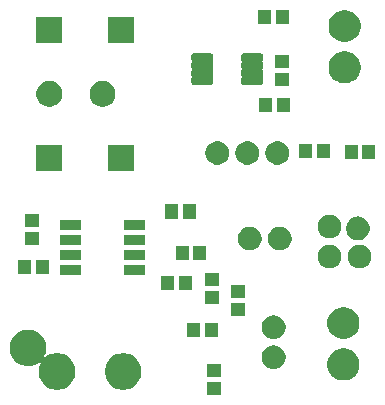
<source format=gbr>
G04 #@! TF.GenerationSoftware,KiCad,Pcbnew,5.1.5-52549c5~86~ubuntu18.04.1*
G04 #@! TF.CreationDate,2020-08-23T11:51:57-07:00*
G04 #@! TF.ProjectId,heat2sound_rx_rev01,68656174-3273-46f7-956e-645f72785f72,rev?*
G04 #@! TF.SameCoordinates,Original*
G04 #@! TF.FileFunction,Soldermask,Top*
G04 #@! TF.FilePolarity,Negative*
%FSLAX46Y46*%
G04 Gerber Fmt 4.6, Leading zero omitted, Abs format (unit mm)*
G04 Created by KiCad (PCBNEW 5.1.5-52549c5~86~ubuntu18.04.1) date 2020-08-23 11:51:57*
%MOMM*%
%LPD*%
G04 APERTURE LIST*
%ADD10C,0.100000*%
G04 APERTURE END LIST*
D10*
G36*
X171030380Y-134219580D02*
G01*
X169829620Y-134219580D01*
X169829620Y-133120420D01*
X171030380Y-133120420D01*
X171030380Y-134219580D01*
G37*
G36*
X163052390Y-130729783D02*
G01*
X163202118Y-130759565D01*
X163318960Y-130807963D01*
X163484199Y-130876407D01*
X163484200Y-130876408D01*
X163738068Y-131046036D01*
X163953964Y-131261932D01*
X163993999Y-131321849D01*
X164123593Y-131515801D01*
X164165229Y-131616320D01*
X164216640Y-131740435D01*
X164240435Y-131797883D01*
X164300000Y-132097337D01*
X164300000Y-132402663D01*
X164240435Y-132702117D01*
X164123593Y-132984199D01*
X164123592Y-132984200D01*
X163953964Y-133238068D01*
X163738068Y-133453964D01*
X163610273Y-133539353D01*
X163484199Y-133623593D01*
X163318960Y-133692037D01*
X163202118Y-133740435D01*
X163052390Y-133770217D01*
X162902663Y-133800000D01*
X162597337Y-133800000D01*
X162447610Y-133770217D01*
X162297882Y-133740435D01*
X162181040Y-133692037D01*
X162015801Y-133623593D01*
X161889727Y-133539353D01*
X161761932Y-133453964D01*
X161546036Y-133238068D01*
X161376408Y-132984200D01*
X161376407Y-132984199D01*
X161259565Y-132702117D01*
X161200000Y-132402663D01*
X161200000Y-132097337D01*
X161259565Y-131797883D01*
X161283361Y-131740435D01*
X161334771Y-131616320D01*
X161376407Y-131515801D01*
X161506001Y-131321849D01*
X161546036Y-131261932D01*
X161761932Y-131046036D01*
X162015800Y-130876408D01*
X162015801Y-130876407D01*
X162181040Y-130807963D01*
X162297882Y-130759565D01*
X162447610Y-130729783D01*
X162597337Y-130700000D01*
X162902663Y-130700000D01*
X163052390Y-130729783D01*
G37*
G36*
X155002390Y-128729783D02*
G01*
X155152118Y-128759565D01*
X155268960Y-128807963D01*
X155434199Y-128876407D01*
X155434200Y-128876408D01*
X155688068Y-129046036D01*
X155903964Y-129261932D01*
X155903965Y-129261934D01*
X156073593Y-129515801D01*
X156142037Y-129681040D01*
X156190435Y-129797882D01*
X156250000Y-130097338D01*
X156250000Y-130402662D01*
X156190435Y-130702118D01*
X156154246Y-130789485D01*
X156073593Y-130984199D01*
X156053223Y-131014685D01*
X156048603Y-131023329D01*
X156045758Y-131032709D01*
X156044797Y-131042463D01*
X156045758Y-131052217D01*
X156048603Y-131061597D01*
X156053223Y-131070241D01*
X156059441Y-131077818D01*
X156067018Y-131084036D01*
X156075662Y-131088656D01*
X156085042Y-131091501D01*
X156094796Y-131092462D01*
X156104550Y-131091501D01*
X156113930Y-131088656D01*
X156122574Y-131084036D01*
X156130145Y-131077823D01*
X156161932Y-131046036D01*
X156415800Y-130876408D01*
X156415801Y-130876407D01*
X156581040Y-130807963D01*
X156697882Y-130759565D01*
X156847610Y-130729783D01*
X156997337Y-130700000D01*
X157302663Y-130700000D01*
X157452390Y-130729783D01*
X157602118Y-130759565D01*
X157718960Y-130807963D01*
X157884199Y-130876407D01*
X157884200Y-130876408D01*
X158138068Y-131046036D01*
X158353964Y-131261932D01*
X158393999Y-131321849D01*
X158523593Y-131515801D01*
X158565229Y-131616320D01*
X158616640Y-131740435D01*
X158640435Y-131797883D01*
X158700000Y-132097337D01*
X158700000Y-132402663D01*
X158640435Y-132702117D01*
X158523593Y-132984199D01*
X158523592Y-132984200D01*
X158353964Y-133238068D01*
X158138068Y-133453964D01*
X158010273Y-133539353D01*
X157884199Y-133623593D01*
X157718960Y-133692037D01*
X157602118Y-133740435D01*
X157452390Y-133770217D01*
X157302663Y-133800000D01*
X156997337Y-133800000D01*
X156847610Y-133770217D01*
X156697882Y-133740435D01*
X156581040Y-133692037D01*
X156415801Y-133623593D01*
X156289727Y-133539353D01*
X156161932Y-133453964D01*
X155946036Y-133238068D01*
X155776408Y-132984200D01*
X155776407Y-132984199D01*
X155659565Y-132702117D01*
X155600000Y-132402663D01*
X155600000Y-132097337D01*
X155659565Y-131797883D01*
X155683361Y-131740435D01*
X155734771Y-131616320D01*
X155776407Y-131515801D01*
X155796777Y-131485315D01*
X155801397Y-131476671D01*
X155804242Y-131467291D01*
X155805203Y-131457537D01*
X155804242Y-131447783D01*
X155801397Y-131438403D01*
X155796777Y-131429759D01*
X155790559Y-131422182D01*
X155782982Y-131415964D01*
X155774338Y-131411344D01*
X155764958Y-131408499D01*
X155755204Y-131407538D01*
X155745450Y-131408499D01*
X155736070Y-131411344D01*
X155727426Y-131415964D01*
X155719855Y-131422177D01*
X155688068Y-131453964D01*
X155613429Y-131503836D01*
X155434199Y-131623593D01*
X155268960Y-131692037D01*
X155152118Y-131740435D01*
X155002390Y-131770217D01*
X154852663Y-131800000D01*
X154547337Y-131800000D01*
X154397610Y-131770217D01*
X154247882Y-131740435D01*
X154131040Y-131692037D01*
X153965801Y-131623593D01*
X153786571Y-131503836D01*
X153711932Y-131453964D01*
X153496036Y-131238068D01*
X153367725Y-131046036D01*
X153326407Y-130984199D01*
X153245754Y-130789485D01*
X153209565Y-130702118D01*
X153150000Y-130402662D01*
X153150000Y-130097338D01*
X153209565Y-129797882D01*
X153257963Y-129681040D01*
X153326407Y-129515801D01*
X153496035Y-129261934D01*
X153496036Y-129261932D01*
X153711932Y-129046036D01*
X153965800Y-128876408D01*
X153965801Y-128876407D01*
X154131040Y-128807963D01*
X154247882Y-128759565D01*
X154397610Y-128729783D01*
X154547337Y-128700000D01*
X154852663Y-128700000D01*
X155002390Y-128729783D01*
G37*
G36*
X181793779Y-130351939D02*
G01*
X182039463Y-130453705D01*
X182039465Y-130453706D01*
X182260575Y-130601447D01*
X182448613Y-130789485D01*
X182578717Y-130984200D01*
X182596355Y-131010597D01*
X182698121Y-131256281D01*
X182750000Y-131517095D01*
X182750000Y-131783025D01*
X182698121Y-132043839D01*
X182596355Y-132289523D01*
X182596354Y-132289525D01*
X182448613Y-132510635D01*
X182260575Y-132698673D01*
X182039465Y-132846414D01*
X182039464Y-132846415D01*
X182039463Y-132846415D01*
X181793779Y-132948181D01*
X181532965Y-133000060D01*
X181267035Y-133000060D01*
X181006221Y-132948181D01*
X180760537Y-132846415D01*
X180760536Y-132846415D01*
X180760535Y-132846414D01*
X180539425Y-132698673D01*
X180351387Y-132510635D01*
X180203646Y-132289525D01*
X180203645Y-132289523D01*
X180101879Y-132043839D01*
X180050000Y-131783025D01*
X180050000Y-131517095D01*
X180101879Y-131256281D01*
X180203645Y-131010597D01*
X180221283Y-130984200D01*
X180351387Y-130789485D01*
X180539425Y-130601447D01*
X180760535Y-130453706D01*
X180760537Y-130453705D01*
X181006221Y-130351939D01*
X181267035Y-130300060D01*
X181532965Y-130300060D01*
X181793779Y-130351939D01*
G37*
G36*
X171030000Y-132716320D02*
G01*
X169830000Y-132716320D01*
X169830000Y-131616320D01*
X171030000Y-131616320D01*
X171030000Y-132716320D01*
G37*
G36*
X175695090Y-130049375D02*
G01*
X175791689Y-130068589D01*
X175973678Y-130143971D01*
X176137463Y-130253409D01*
X176276751Y-130392697D01*
X176386189Y-130556482D01*
X176461571Y-130738471D01*
X176500000Y-130931669D01*
X176500000Y-131128651D01*
X176461571Y-131321849D01*
X176386189Y-131503838D01*
X176276751Y-131667623D01*
X176137463Y-131806911D01*
X175973678Y-131916349D01*
X175791689Y-131991731D01*
X175695090Y-132010945D01*
X175598493Y-132030160D01*
X175401507Y-132030160D01*
X175304910Y-132010945D01*
X175208311Y-131991731D01*
X175026322Y-131916349D01*
X174862537Y-131806911D01*
X174723249Y-131667623D01*
X174613811Y-131503838D01*
X174538429Y-131321849D01*
X174500000Y-131128651D01*
X174500000Y-130931669D01*
X174538429Y-130738471D01*
X174613811Y-130556482D01*
X174723249Y-130392697D01*
X174862537Y-130253409D01*
X175026322Y-130143971D01*
X175208311Y-130068589D01*
X175304910Y-130049375D01*
X175401507Y-130030160D01*
X175598493Y-130030160D01*
X175695090Y-130049375D01*
G37*
G36*
X181793779Y-126851819D02*
G01*
X182039463Y-126953585D01*
X182039465Y-126953586D01*
X182260575Y-127101327D01*
X182448613Y-127289365D01*
X182448614Y-127289367D01*
X182596355Y-127510477D01*
X182698121Y-127756161D01*
X182750000Y-128016975D01*
X182750000Y-128282905D01*
X182698121Y-128543719D01*
X182633387Y-128700000D01*
X182596354Y-128789405D01*
X182448613Y-129010515D01*
X182260575Y-129198553D01*
X182039465Y-129346294D01*
X182039464Y-129346295D01*
X182039463Y-129346295D01*
X181793779Y-129448061D01*
X181532965Y-129499940D01*
X181267035Y-129499940D01*
X181006221Y-129448061D01*
X180760537Y-129346295D01*
X180760536Y-129346295D01*
X180760535Y-129346294D01*
X180539425Y-129198553D01*
X180351387Y-129010515D01*
X180203646Y-128789405D01*
X180166613Y-128700000D01*
X180101879Y-128543719D01*
X180050000Y-128282905D01*
X180050000Y-128016975D01*
X180101879Y-127756161D01*
X180203645Y-127510477D01*
X180351386Y-127289367D01*
X180351387Y-127289365D01*
X180539425Y-127101327D01*
X180760535Y-126953586D01*
X180760537Y-126953585D01*
X181006221Y-126851819D01*
X181267035Y-126799940D01*
X181532965Y-126799940D01*
X181793779Y-126851819D01*
G37*
G36*
X175695090Y-127509375D02*
G01*
X175791689Y-127528589D01*
X175973678Y-127603971D01*
X176137463Y-127713409D01*
X176276751Y-127852697D01*
X176386189Y-128016482D01*
X176461571Y-128198471D01*
X176500000Y-128391669D01*
X176500000Y-128588651D01*
X176461571Y-128781849D01*
X176386189Y-128963838D01*
X176276751Y-129127623D01*
X176137463Y-129266911D01*
X175973678Y-129376349D01*
X175791689Y-129451731D01*
X175695090Y-129470946D01*
X175598493Y-129490160D01*
X175401507Y-129490160D01*
X175304910Y-129470946D01*
X175208311Y-129451731D01*
X175026322Y-129376349D01*
X174862537Y-129266911D01*
X174723249Y-129127623D01*
X174613811Y-128963838D01*
X174538429Y-128781849D01*
X174500000Y-128588651D01*
X174500000Y-128391669D01*
X174538429Y-128198471D01*
X174613811Y-128016482D01*
X174723249Y-127852697D01*
X174862537Y-127713409D01*
X175026322Y-127603971D01*
X175208311Y-127528589D01*
X175304910Y-127509375D01*
X175401507Y-127490160D01*
X175598493Y-127490160D01*
X175695090Y-127509375D01*
G37*
G36*
X170743260Y-129350380D02*
G01*
X169644100Y-129350380D01*
X169644100Y-128149620D01*
X170743260Y-128149620D01*
X170743260Y-129350380D01*
G37*
G36*
X169239580Y-129350380D02*
G01*
X168140420Y-129350380D01*
X168140420Y-128149620D01*
X169239580Y-128149620D01*
X169239580Y-129350380D01*
G37*
G36*
X173100380Y-127549580D02*
G01*
X171899620Y-127549580D01*
X171899620Y-126450420D01*
X173100380Y-126450420D01*
X173100380Y-127549580D01*
G37*
G36*
X170850000Y-126551840D02*
G01*
X169650000Y-126551840D01*
X169650000Y-125451840D01*
X170850000Y-125451840D01*
X170850000Y-126551840D01*
G37*
G36*
X173100380Y-126045900D02*
G01*
X171899620Y-126045900D01*
X171899620Y-124946740D01*
X173100380Y-124946740D01*
X173100380Y-126045900D01*
G37*
G36*
X167047740Y-125350380D02*
G01*
X165948580Y-125350380D01*
X165948580Y-124149620D01*
X167047740Y-124149620D01*
X167047740Y-125350380D01*
G37*
G36*
X168551420Y-125350380D02*
G01*
X167452260Y-125350380D01*
X167452260Y-124149620D01*
X168551420Y-124149620D01*
X168551420Y-125350380D01*
G37*
G36*
X170850380Y-125047740D02*
G01*
X169649620Y-125047740D01*
X169649620Y-123948580D01*
X170850380Y-123948580D01*
X170850380Y-125047740D01*
G37*
G36*
X159175000Y-124055000D02*
G01*
X157425000Y-124055000D01*
X157425000Y-123255000D01*
X159175000Y-123255000D01*
X159175000Y-124055000D01*
G37*
G36*
X164575000Y-124055000D02*
G01*
X162825000Y-124055000D01*
X162825000Y-123255000D01*
X164575000Y-123255000D01*
X164575000Y-124055000D01*
G37*
G36*
X156471420Y-124030380D02*
G01*
X155372260Y-124030380D01*
X155372260Y-122829620D01*
X156471420Y-122829620D01*
X156471420Y-124030380D01*
G37*
G36*
X154967740Y-124030380D02*
G01*
X153868580Y-124030380D01*
X153868580Y-122829620D01*
X154967740Y-122829620D01*
X154967740Y-124030380D01*
G37*
G36*
X180425090Y-121539214D02*
G01*
X180521689Y-121558429D01*
X180703678Y-121633811D01*
X180867463Y-121743249D01*
X181006751Y-121882537D01*
X181116189Y-122046322D01*
X181191571Y-122228311D01*
X181230000Y-122421509D01*
X181230000Y-122618491D01*
X181191571Y-122811689D01*
X181116189Y-122993678D01*
X181006751Y-123157463D01*
X180867463Y-123296751D01*
X180703678Y-123406189D01*
X180521689Y-123481571D01*
X180425090Y-123500785D01*
X180328493Y-123520000D01*
X180131507Y-123520000D01*
X180034910Y-123500785D01*
X179938311Y-123481571D01*
X179756322Y-123406189D01*
X179592537Y-123296751D01*
X179453249Y-123157463D01*
X179343811Y-122993678D01*
X179268429Y-122811689D01*
X179230000Y-122618491D01*
X179230000Y-122421509D01*
X179268429Y-122228311D01*
X179343811Y-122046322D01*
X179453249Y-121882537D01*
X179592537Y-121743249D01*
X179756322Y-121633811D01*
X179938311Y-121558429D01*
X180034910Y-121539214D01*
X180131507Y-121520000D01*
X180328493Y-121520000D01*
X180425090Y-121539214D01*
G37*
G36*
X182965090Y-121539214D02*
G01*
X183061689Y-121558429D01*
X183243678Y-121633811D01*
X183407463Y-121743249D01*
X183546751Y-121882537D01*
X183656189Y-122046322D01*
X183731571Y-122228311D01*
X183770000Y-122421509D01*
X183770000Y-122618491D01*
X183731571Y-122811689D01*
X183656189Y-122993678D01*
X183546751Y-123157463D01*
X183407463Y-123296751D01*
X183243678Y-123406189D01*
X183061689Y-123481571D01*
X182965090Y-123500785D01*
X182868493Y-123520000D01*
X182671507Y-123520000D01*
X182574910Y-123500785D01*
X182478311Y-123481571D01*
X182296322Y-123406189D01*
X182132537Y-123296751D01*
X181993249Y-123157463D01*
X181883811Y-122993678D01*
X181808429Y-122811689D01*
X181770000Y-122618491D01*
X181770000Y-122421509D01*
X181808429Y-122228311D01*
X181883811Y-122046322D01*
X181993249Y-121882537D01*
X182132537Y-121743249D01*
X182296322Y-121633811D01*
X182478311Y-121558429D01*
X182574910Y-121539214D01*
X182671507Y-121520000D01*
X182868493Y-121520000D01*
X182965090Y-121539214D01*
G37*
G36*
X168299580Y-122850380D02*
G01*
X167200420Y-122850380D01*
X167200420Y-121649620D01*
X168299580Y-121649620D01*
X168299580Y-122850380D01*
G37*
G36*
X169803260Y-122850380D02*
G01*
X168704100Y-122850380D01*
X168704100Y-121649620D01*
X169803260Y-121649620D01*
X169803260Y-122850380D01*
G37*
G36*
X164575000Y-122785000D02*
G01*
X162825000Y-122785000D01*
X162825000Y-121985000D01*
X164575000Y-121985000D01*
X164575000Y-122785000D01*
G37*
G36*
X159175000Y-122785000D02*
G01*
X157425000Y-122785000D01*
X157425000Y-121985000D01*
X159175000Y-121985000D01*
X159175000Y-122785000D01*
G37*
G36*
X176204930Y-120019214D02*
G01*
X176301529Y-120038429D01*
X176483518Y-120113811D01*
X176647303Y-120223249D01*
X176786591Y-120362537D01*
X176896029Y-120526322D01*
X176971411Y-120708311D01*
X176990625Y-120804910D01*
X177009491Y-120899751D01*
X177009840Y-120901509D01*
X177009840Y-121098491D01*
X176971411Y-121291689D01*
X176896029Y-121473678D01*
X176786591Y-121637463D01*
X176647303Y-121776751D01*
X176483518Y-121886189D01*
X176301529Y-121961571D01*
X176204930Y-121980786D01*
X176108333Y-122000000D01*
X175911347Y-122000000D01*
X175814750Y-121980786D01*
X175718151Y-121961571D01*
X175536162Y-121886189D01*
X175372377Y-121776751D01*
X175233089Y-121637463D01*
X175123651Y-121473678D01*
X175048269Y-121291689D01*
X175009840Y-121098491D01*
X175009840Y-120901509D01*
X175010190Y-120899751D01*
X175029055Y-120804910D01*
X175048269Y-120708311D01*
X175123651Y-120526322D01*
X175233089Y-120362537D01*
X175372377Y-120223249D01*
X175536162Y-120113811D01*
X175718151Y-120038429D01*
X175814750Y-120019214D01*
X175911347Y-120000000D01*
X176108333Y-120000000D01*
X176204930Y-120019214D01*
G37*
G36*
X173664930Y-120019214D02*
G01*
X173761529Y-120038429D01*
X173943518Y-120113811D01*
X174107303Y-120223249D01*
X174246591Y-120362537D01*
X174356029Y-120526322D01*
X174431411Y-120708311D01*
X174450625Y-120804910D01*
X174469491Y-120899751D01*
X174469840Y-120901509D01*
X174469840Y-121098491D01*
X174431411Y-121291689D01*
X174356029Y-121473678D01*
X174246591Y-121637463D01*
X174107303Y-121776751D01*
X173943518Y-121886189D01*
X173761529Y-121961571D01*
X173664930Y-121980786D01*
X173568333Y-122000000D01*
X173371347Y-122000000D01*
X173274750Y-121980786D01*
X173178151Y-121961571D01*
X172996162Y-121886189D01*
X172832377Y-121776751D01*
X172693089Y-121637463D01*
X172583651Y-121473678D01*
X172508269Y-121291689D01*
X172469840Y-121098491D01*
X172469840Y-120901509D01*
X172470190Y-120899751D01*
X172489055Y-120804910D01*
X172508269Y-120708311D01*
X172583651Y-120526322D01*
X172693089Y-120362537D01*
X172832377Y-120223249D01*
X172996162Y-120113811D01*
X173178151Y-120038429D01*
X173274750Y-120019214D01*
X173371347Y-120000000D01*
X173568333Y-120000000D01*
X173664930Y-120019214D01*
G37*
G36*
X155600380Y-121551420D02*
G01*
X154399620Y-121551420D01*
X154399620Y-120452260D01*
X155600380Y-120452260D01*
X155600380Y-121551420D01*
G37*
G36*
X159175000Y-121515000D02*
G01*
X157425000Y-121515000D01*
X157425000Y-120715000D01*
X159175000Y-120715000D01*
X159175000Y-121515000D01*
G37*
G36*
X164575000Y-121515000D02*
G01*
X162825000Y-121515000D01*
X162825000Y-120715000D01*
X164575000Y-120715000D01*
X164575000Y-121515000D01*
G37*
G36*
X182822090Y-119142214D02*
G01*
X182918689Y-119161429D01*
X183100678Y-119236811D01*
X183264463Y-119346249D01*
X183403751Y-119485537D01*
X183513189Y-119649322D01*
X183588571Y-119831311D01*
X183588571Y-119831313D01*
X183627000Y-120024507D01*
X183627000Y-120221493D01*
X183622324Y-120245000D01*
X183588571Y-120414689D01*
X183513189Y-120596678D01*
X183403751Y-120760463D01*
X183264463Y-120899751D01*
X183100678Y-121009189D01*
X182918689Y-121084571D01*
X182822090Y-121103786D01*
X182725493Y-121123000D01*
X182528507Y-121123000D01*
X182431910Y-121103786D01*
X182335311Y-121084571D01*
X182153322Y-121009189D01*
X181989537Y-120899751D01*
X181850249Y-120760463D01*
X181740811Y-120596678D01*
X181665429Y-120414689D01*
X181631676Y-120245000D01*
X181627000Y-120221493D01*
X181627000Y-120024507D01*
X181665429Y-119831313D01*
X181665429Y-119831311D01*
X181740811Y-119649322D01*
X181850249Y-119485537D01*
X181989537Y-119346249D01*
X182153322Y-119236811D01*
X182335311Y-119161429D01*
X182431910Y-119142214D01*
X182528507Y-119123000D01*
X182725493Y-119123000D01*
X182822090Y-119142214D01*
G37*
G36*
X180425090Y-118999215D02*
G01*
X180521689Y-119018429D01*
X180703678Y-119093811D01*
X180867463Y-119203249D01*
X181006751Y-119342537D01*
X181116189Y-119506322D01*
X181191571Y-119688311D01*
X181230000Y-119881509D01*
X181230000Y-120078491D01*
X181191571Y-120271689D01*
X181116189Y-120453678D01*
X181006751Y-120617463D01*
X180867463Y-120756751D01*
X180703678Y-120866189D01*
X180521689Y-120941571D01*
X180425090Y-120960785D01*
X180328493Y-120980000D01*
X180131507Y-120980000D01*
X180034910Y-120960785D01*
X179938311Y-120941571D01*
X179756322Y-120866189D01*
X179592537Y-120756751D01*
X179453249Y-120617463D01*
X179343811Y-120453678D01*
X179268429Y-120271689D01*
X179230000Y-120078491D01*
X179230000Y-119881509D01*
X179268429Y-119688311D01*
X179343811Y-119506322D01*
X179453249Y-119342537D01*
X179592537Y-119203249D01*
X179756322Y-119093811D01*
X179938311Y-119018429D01*
X180034910Y-118999215D01*
X180131507Y-118980000D01*
X180328493Y-118980000D01*
X180425090Y-118999215D01*
G37*
G36*
X159175000Y-120245000D02*
G01*
X157425000Y-120245000D01*
X157425000Y-119445000D01*
X159175000Y-119445000D01*
X159175000Y-120245000D01*
G37*
G36*
X164575000Y-120245000D02*
G01*
X162825000Y-120245000D01*
X162825000Y-119445000D01*
X164575000Y-119445000D01*
X164575000Y-120245000D01*
G37*
G36*
X155600380Y-120047740D02*
G01*
X154399620Y-120047740D01*
X154399620Y-118948580D01*
X155600380Y-118948580D01*
X155600380Y-120047740D01*
G37*
G36*
X168881420Y-119300380D02*
G01*
X167782260Y-119300380D01*
X167782260Y-118099620D01*
X168881420Y-118099620D01*
X168881420Y-119300380D01*
G37*
G36*
X167378160Y-119300000D02*
G01*
X166278160Y-119300000D01*
X166278160Y-118100000D01*
X167378160Y-118100000D01*
X167378160Y-119300000D01*
G37*
G36*
X163700450Y-115264770D02*
G01*
X161501470Y-115264770D01*
X161501470Y-113065790D01*
X163700450Y-113065790D01*
X163700450Y-115264770D01*
G37*
G36*
X157599370Y-115264770D02*
G01*
X155400390Y-115264770D01*
X155400390Y-113065790D01*
X157599370Y-113065790D01*
X157599370Y-115264770D01*
G37*
G36*
X175985090Y-112769215D02*
G01*
X176081689Y-112788429D01*
X176263678Y-112863811D01*
X176427463Y-112973249D01*
X176566751Y-113112537D01*
X176676189Y-113276322D01*
X176751571Y-113458311D01*
X176790000Y-113651509D01*
X176790000Y-113848491D01*
X176751571Y-114041689D01*
X176676189Y-114223678D01*
X176566751Y-114387463D01*
X176427463Y-114526751D01*
X176263678Y-114636189D01*
X176081689Y-114711571D01*
X175985090Y-114730785D01*
X175888493Y-114750000D01*
X175691507Y-114750000D01*
X175594910Y-114730785D01*
X175498311Y-114711571D01*
X175316322Y-114636189D01*
X175152537Y-114526751D01*
X175013249Y-114387463D01*
X174903811Y-114223678D01*
X174828429Y-114041689D01*
X174790000Y-113848491D01*
X174790000Y-113651509D01*
X174828429Y-113458311D01*
X174903811Y-113276322D01*
X175013249Y-113112537D01*
X175152537Y-112973249D01*
X175316322Y-112863811D01*
X175498311Y-112788429D01*
X175594910Y-112769215D01*
X175691507Y-112750000D01*
X175888493Y-112750000D01*
X175985090Y-112769215D01*
G37*
G36*
X173445090Y-112769215D02*
G01*
X173541689Y-112788429D01*
X173723678Y-112863811D01*
X173887463Y-112973249D01*
X174026751Y-113112537D01*
X174136189Y-113276322D01*
X174211571Y-113458311D01*
X174250000Y-113651509D01*
X174250000Y-113848491D01*
X174211571Y-114041689D01*
X174136189Y-114223678D01*
X174026751Y-114387463D01*
X173887463Y-114526751D01*
X173723678Y-114636189D01*
X173541689Y-114711571D01*
X173445090Y-114730785D01*
X173348493Y-114750000D01*
X173151507Y-114750000D01*
X173054910Y-114730785D01*
X172958311Y-114711571D01*
X172776322Y-114636189D01*
X172612537Y-114526751D01*
X172473249Y-114387463D01*
X172363811Y-114223678D01*
X172288429Y-114041689D01*
X172250000Y-113848491D01*
X172250000Y-113651509D01*
X172288429Y-113458311D01*
X172363811Y-113276322D01*
X172473249Y-113112537D01*
X172612537Y-112973249D01*
X172776322Y-112863811D01*
X172958311Y-112788429D01*
X173054910Y-112769215D01*
X173151507Y-112750000D01*
X173348493Y-112750000D01*
X173445090Y-112769215D01*
G37*
G36*
X170905090Y-112769215D02*
G01*
X171001689Y-112788429D01*
X171183678Y-112863811D01*
X171347463Y-112973249D01*
X171486751Y-113112537D01*
X171596189Y-113276322D01*
X171671571Y-113458311D01*
X171710000Y-113651509D01*
X171710000Y-113848491D01*
X171671571Y-114041689D01*
X171596189Y-114223678D01*
X171486751Y-114387463D01*
X171347463Y-114526751D01*
X171183678Y-114636189D01*
X171001689Y-114711571D01*
X170905090Y-114730785D01*
X170808493Y-114750000D01*
X170611507Y-114750000D01*
X170514910Y-114730785D01*
X170418311Y-114711571D01*
X170236322Y-114636189D01*
X170072537Y-114526751D01*
X169933249Y-114387463D01*
X169823811Y-114223678D01*
X169748429Y-114041689D01*
X169710000Y-113848491D01*
X169710000Y-113651509D01*
X169748429Y-113458311D01*
X169823811Y-113276322D01*
X169933249Y-113112537D01*
X170072537Y-112973249D01*
X170236322Y-112863811D01*
X170418311Y-112788429D01*
X170514910Y-112769215D01*
X170611507Y-112750000D01*
X170808493Y-112750000D01*
X170905090Y-112769215D01*
G37*
G36*
X182599580Y-114290380D02*
G01*
X181500420Y-114290380D01*
X181500420Y-113089620D01*
X182599580Y-113089620D01*
X182599580Y-114290380D01*
G37*
G36*
X184103680Y-114290000D02*
G01*
X183003680Y-114290000D01*
X183003680Y-113090000D01*
X184103680Y-113090000D01*
X184103680Y-114290000D01*
G37*
G36*
X180271420Y-114160380D02*
G01*
X179172260Y-114160380D01*
X179172260Y-112959620D01*
X180271420Y-112959620D01*
X180271420Y-114160380D01*
G37*
G36*
X178768160Y-114160000D02*
G01*
X177668160Y-114160000D01*
X177668160Y-112960000D01*
X178768160Y-112960000D01*
X178768160Y-114160000D01*
G37*
G36*
X175359580Y-110300380D02*
G01*
X174260420Y-110300380D01*
X174260420Y-109099620D01*
X175359580Y-109099620D01*
X175359580Y-110300380D01*
G37*
G36*
X176863260Y-110300380D02*
G01*
X175764100Y-110300380D01*
X175764100Y-109099620D01*
X176863260Y-109099620D01*
X176863260Y-110300380D01*
G37*
G36*
X161321468Y-107692762D02*
G01*
X161521562Y-107775644D01*
X161521564Y-107775645D01*
X161701644Y-107895970D01*
X161854790Y-108049116D01*
X161883337Y-108091840D01*
X161975116Y-108229198D01*
X162057998Y-108429292D01*
X162100250Y-108641708D01*
X162100250Y-108858292D01*
X162057998Y-109070708D01*
X162046022Y-109099620D01*
X161975115Y-109270804D01*
X161854790Y-109450884D01*
X161701644Y-109604030D01*
X161521564Y-109724355D01*
X161521563Y-109724356D01*
X161521562Y-109724356D01*
X161321468Y-109807238D01*
X161109052Y-109849490D01*
X160892468Y-109849490D01*
X160680052Y-109807238D01*
X160479958Y-109724356D01*
X160479957Y-109724356D01*
X160479956Y-109724355D01*
X160299876Y-109604030D01*
X160146730Y-109450884D01*
X160026405Y-109270804D01*
X159955498Y-109099620D01*
X159943522Y-109070708D01*
X159901270Y-108858292D01*
X159901270Y-108641708D01*
X159943522Y-108429292D01*
X160026404Y-108229198D01*
X160118183Y-108091840D01*
X160146730Y-108049116D01*
X160299876Y-107895970D01*
X160479956Y-107775645D01*
X160479958Y-107775644D01*
X160680052Y-107692762D01*
X160892468Y-107650510D01*
X161109052Y-107650510D01*
X161321468Y-107692762D01*
G37*
G36*
X156820588Y-107692762D02*
G01*
X157020682Y-107775644D01*
X157020684Y-107775645D01*
X157200764Y-107895970D01*
X157353910Y-108049116D01*
X157382457Y-108091840D01*
X157474236Y-108229198D01*
X157557118Y-108429292D01*
X157599370Y-108641708D01*
X157599370Y-108858292D01*
X157557118Y-109070708D01*
X157545142Y-109099620D01*
X157474235Y-109270804D01*
X157353910Y-109450884D01*
X157200764Y-109604030D01*
X157020684Y-109724355D01*
X157020683Y-109724356D01*
X157020682Y-109724356D01*
X156820588Y-109807238D01*
X156608172Y-109849490D01*
X156391588Y-109849490D01*
X156179172Y-109807238D01*
X155979078Y-109724356D01*
X155979077Y-109724356D01*
X155979076Y-109724355D01*
X155798996Y-109604030D01*
X155645850Y-109450884D01*
X155525525Y-109270804D01*
X155454618Y-109099620D01*
X155442642Y-109070708D01*
X155400390Y-108858292D01*
X155400390Y-108641708D01*
X155442642Y-108429292D01*
X155525524Y-108229198D01*
X155617303Y-108091840D01*
X155645850Y-108049116D01*
X155798996Y-107895970D01*
X155979076Y-107775645D01*
X155979078Y-107775644D01*
X156179172Y-107692762D01*
X156391588Y-107650510D01*
X156608172Y-107650510D01*
X156820588Y-107692762D01*
G37*
G36*
X176770000Y-108091840D02*
G01*
X175570000Y-108091840D01*
X175570000Y-106991840D01*
X176770000Y-106991840D01*
X176770000Y-108091840D01*
G37*
G36*
X170239216Y-105328119D02*
G01*
X170267309Y-105336641D01*
X170293204Y-105350483D01*
X170315896Y-105369104D01*
X170334517Y-105391796D01*
X170348359Y-105417691D01*
X170356881Y-105445784D01*
X170360000Y-105477454D01*
X170360000Y-105872546D01*
X170356881Y-105904216D01*
X170348359Y-105932309D01*
X170334519Y-105958200D01*
X170326246Y-105968282D01*
X170320801Y-105976432D01*
X170317050Y-105985488D01*
X170315139Y-105995101D01*
X170315139Y-106004902D01*
X170317051Y-106014516D01*
X170320803Y-106023571D01*
X170326246Y-106031718D01*
X170334519Y-106041800D01*
X170348359Y-106067691D01*
X170356881Y-106095784D01*
X170360000Y-106127454D01*
X170360000Y-106522546D01*
X170356881Y-106554216D01*
X170348359Y-106582309D01*
X170334519Y-106608200D01*
X170326246Y-106618282D01*
X170320801Y-106626432D01*
X170317050Y-106635488D01*
X170315139Y-106645101D01*
X170315139Y-106654902D01*
X170317051Y-106664516D01*
X170320803Y-106673571D01*
X170326246Y-106681718D01*
X170334519Y-106691800D01*
X170348359Y-106717691D01*
X170356881Y-106745784D01*
X170360000Y-106777454D01*
X170360000Y-107172546D01*
X170356881Y-107204216D01*
X170348359Y-107232309D01*
X170334519Y-107258200D01*
X170326246Y-107268282D01*
X170320801Y-107276432D01*
X170317050Y-107285488D01*
X170315139Y-107295101D01*
X170315139Y-107304902D01*
X170317051Y-107314516D01*
X170320803Y-107323571D01*
X170326246Y-107331718D01*
X170334519Y-107341800D01*
X170348359Y-107367691D01*
X170356881Y-107395784D01*
X170360000Y-107427454D01*
X170360000Y-107822546D01*
X170356881Y-107854216D01*
X170348359Y-107882309D01*
X170334517Y-107908204D01*
X170315896Y-107930896D01*
X170293204Y-107949517D01*
X170267309Y-107963359D01*
X170239216Y-107971881D01*
X170207546Y-107975000D01*
X168687454Y-107975000D01*
X168655784Y-107971881D01*
X168627691Y-107963359D01*
X168601796Y-107949517D01*
X168579104Y-107930896D01*
X168560483Y-107908204D01*
X168546641Y-107882309D01*
X168538119Y-107854216D01*
X168535000Y-107822546D01*
X168535000Y-107427454D01*
X168538119Y-107395784D01*
X168546641Y-107367691D01*
X168560481Y-107341800D01*
X168568754Y-107331718D01*
X168574199Y-107323568D01*
X168577950Y-107314512D01*
X168579861Y-107304899D01*
X168579861Y-107295098D01*
X168577949Y-107285484D01*
X168574197Y-107276429D01*
X168568754Y-107268282D01*
X168560481Y-107258200D01*
X168546641Y-107232309D01*
X168538119Y-107204216D01*
X168535000Y-107172546D01*
X168535000Y-106777454D01*
X168538119Y-106745784D01*
X168546641Y-106717691D01*
X168560481Y-106691800D01*
X168568754Y-106681718D01*
X168574199Y-106673568D01*
X168577950Y-106664512D01*
X168579861Y-106654899D01*
X168579861Y-106645098D01*
X168577949Y-106635484D01*
X168574197Y-106626429D01*
X168568754Y-106618282D01*
X168560481Y-106608200D01*
X168546641Y-106582309D01*
X168538119Y-106554216D01*
X168535000Y-106522546D01*
X168535000Y-106127454D01*
X168538119Y-106095784D01*
X168546641Y-106067691D01*
X168560481Y-106041800D01*
X168568754Y-106031718D01*
X168574199Y-106023568D01*
X168577950Y-106014512D01*
X168579861Y-106004899D01*
X168579861Y-105995098D01*
X168577949Y-105985484D01*
X168574197Y-105976429D01*
X168568754Y-105968282D01*
X168560481Y-105958200D01*
X168546641Y-105932309D01*
X168538119Y-105904216D01*
X168535000Y-105872546D01*
X168535000Y-105477454D01*
X168538119Y-105445784D01*
X168546641Y-105417691D01*
X168560483Y-105391796D01*
X168579104Y-105369104D01*
X168601796Y-105350483D01*
X168627691Y-105336641D01*
X168655784Y-105328119D01*
X168687454Y-105325000D01*
X170207546Y-105325000D01*
X170239216Y-105328119D01*
G37*
G36*
X174464216Y-105328119D02*
G01*
X174492309Y-105336641D01*
X174518204Y-105350483D01*
X174540896Y-105369104D01*
X174559517Y-105391796D01*
X174573359Y-105417691D01*
X174581881Y-105445784D01*
X174585000Y-105477454D01*
X174585000Y-105872546D01*
X174581881Y-105904216D01*
X174573359Y-105932309D01*
X174559519Y-105958200D01*
X174551246Y-105968282D01*
X174545801Y-105976432D01*
X174542050Y-105985488D01*
X174540139Y-105995101D01*
X174540139Y-106004902D01*
X174542051Y-106014516D01*
X174545803Y-106023571D01*
X174551246Y-106031718D01*
X174559519Y-106041800D01*
X174573359Y-106067691D01*
X174581881Y-106095784D01*
X174585000Y-106127454D01*
X174585000Y-106522546D01*
X174581881Y-106554216D01*
X174573359Y-106582309D01*
X174559519Y-106608200D01*
X174551246Y-106618282D01*
X174545801Y-106626432D01*
X174542050Y-106635488D01*
X174540139Y-106645101D01*
X174540139Y-106654902D01*
X174542051Y-106664516D01*
X174545803Y-106673571D01*
X174551246Y-106681718D01*
X174559519Y-106691800D01*
X174573359Y-106717691D01*
X174581881Y-106745784D01*
X174585000Y-106777454D01*
X174585000Y-107172546D01*
X174581881Y-107204216D01*
X174573359Y-107232309D01*
X174559519Y-107258200D01*
X174551246Y-107268282D01*
X174545801Y-107276432D01*
X174542050Y-107285488D01*
X174540139Y-107295101D01*
X174540139Y-107304902D01*
X174542051Y-107314516D01*
X174545803Y-107323571D01*
X174551246Y-107331718D01*
X174559519Y-107341800D01*
X174573359Y-107367691D01*
X174581881Y-107395784D01*
X174585000Y-107427454D01*
X174585000Y-107822546D01*
X174581881Y-107854216D01*
X174573359Y-107882309D01*
X174559517Y-107908204D01*
X174540896Y-107930896D01*
X174518204Y-107949517D01*
X174492309Y-107963359D01*
X174464216Y-107971881D01*
X174432546Y-107975000D01*
X172912454Y-107975000D01*
X172880784Y-107971881D01*
X172852691Y-107963359D01*
X172826796Y-107949517D01*
X172804104Y-107930896D01*
X172785483Y-107908204D01*
X172771641Y-107882309D01*
X172763119Y-107854216D01*
X172760000Y-107822546D01*
X172760000Y-107427454D01*
X172763119Y-107395784D01*
X172771641Y-107367691D01*
X172785481Y-107341800D01*
X172793754Y-107331718D01*
X172799199Y-107323568D01*
X172802950Y-107314512D01*
X172804861Y-107304899D01*
X172804861Y-107295098D01*
X172802949Y-107285484D01*
X172799197Y-107276429D01*
X172793754Y-107268282D01*
X172785481Y-107258200D01*
X172771641Y-107232309D01*
X172763119Y-107204216D01*
X172760000Y-107172546D01*
X172760000Y-106777454D01*
X172763119Y-106745784D01*
X172771641Y-106717691D01*
X172785481Y-106691800D01*
X172793754Y-106681718D01*
X172799199Y-106673568D01*
X172802950Y-106664512D01*
X172804861Y-106654899D01*
X172804861Y-106645098D01*
X172802949Y-106635484D01*
X172799197Y-106626429D01*
X172793754Y-106618282D01*
X172785481Y-106608200D01*
X172771641Y-106582309D01*
X172763119Y-106554216D01*
X172760000Y-106522546D01*
X172760000Y-106127454D01*
X172763119Y-106095784D01*
X172771641Y-106067691D01*
X172785481Y-106041800D01*
X172793754Y-106031718D01*
X172799199Y-106023568D01*
X172802950Y-106014512D01*
X172804861Y-106004899D01*
X172804861Y-105995098D01*
X172802949Y-105985484D01*
X172799197Y-105976429D01*
X172793754Y-105968282D01*
X172785481Y-105958200D01*
X172771641Y-105932309D01*
X172763119Y-105904216D01*
X172760000Y-105872546D01*
X172760000Y-105477454D01*
X172763119Y-105445784D01*
X172771641Y-105417691D01*
X172785483Y-105391796D01*
X172804104Y-105369104D01*
X172826796Y-105350483D01*
X172852691Y-105336641D01*
X172880784Y-105328119D01*
X172912454Y-105325000D01*
X174432546Y-105325000D01*
X174464216Y-105328119D01*
G37*
G36*
X181893779Y-105201939D02*
G01*
X182139463Y-105303705D01*
X182139465Y-105303706D01*
X182360575Y-105451447D01*
X182548613Y-105639485D01*
X182696354Y-105860595D01*
X182696355Y-105860597D01*
X182798121Y-106106281D01*
X182850000Y-106367095D01*
X182850000Y-106633025D01*
X182798121Y-106893839D01*
X182696355Y-107139523D01*
X182696354Y-107139525D01*
X182548613Y-107360635D01*
X182360575Y-107548673D01*
X182139465Y-107696414D01*
X182139464Y-107696415D01*
X182139463Y-107696415D01*
X181893779Y-107798181D01*
X181632965Y-107850060D01*
X181367035Y-107850060D01*
X181106221Y-107798181D01*
X180860537Y-107696415D01*
X180860536Y-107696415D01*
X180860535Y-107696414D01*
X180639425Y-107548673D01*
X180451387Y-107360635D01*
X180303646Y-107139525D01*
X180303645Y-107139523D01*
X180201879Y-106893839D01*
X180150000Y-106633025D01*
X180150000Y-106367095D01*
X180201879Y-106106281D01*
X180303645Y-105860597D01*
X180303646Y-105860595D01*
X180451387Y-105639485D01*
X180639425Y-105451447D01*
X180860535Y-105303706D01*
X180860537Y-105303705D01*
X181106221Y-105201939D01*
X181367035Y-105150060D01*
X181632965Y-105150060D01*
X181893779Y-105201939D01*
G37*
G36*
X176770380Y-106587740D02*
G01*
X175569620Y-106587740D01*
X175569620Y-105488580D01*
X176770380Y-105488580D01*
X176770380Y-106587740D01*
G37*
G36*
X163700450Y-104439290D02*
G01*
X161501470Y-104439290D01*
X161501470Y-102240310D01*
X163700450Y-102240310D01*
X163700450Y-104439290D01*
G37*
G36*
X157599370Y-104439290D02*
G01*
X155400390Y-104439290D01*
X155400390Y-102240310D01*
X157599370Y-102240310D01*
X157599370Y-104439290D01*
G37*
G36*
X181893779Y-101701819D02*
G01*
X182139463Y-101803585D01*
X182139465Y-101803586D01*
X182360575Y-101951327D01*
X182548613Y-102139365D01*
X182548614Y-102139367D01*
X182696355Y-102360477D01*
X182798121Y-102606161D01*
X182850000Y-102866975D01*
X182850000Y-103132905D01*
X182798121Y-103393719D01*
X182696355Y-103639403D01*
X182696354Y-103639405D01*
X182548613Y-103860515D01*
X182360575Y-104048553D01*
X182139465Y-104196294D01*
X182139464Y-104196295D01*
X182139463Y-104196295D01*
X181893779Y-104298061D01*
X181632965Y-104349940D01*
X181367035Y-104349940D01*
X181106221Y-104298061D01*
X180860537Y-104196295D01*
X180860536Y-104196295D01*
X180860535Y-104196294D01*
X180639425Y-104048553D01*
X180451387Y-103860515D01*
X180303646Y-103639405D01*
X180303645Y-103639403D01*
X180201879Y-103393719D01*
X180150000Y-103132905D01*
X180150000Y-102866975D01*
X180201879Y-102606161D01*
X180303645Y-102360477D01*
X180451386Y-102139367D01*
X180451387Y-102139365D01*
X180639425Y-101951327D01*
X180860535Y-101803586D01*
X180860537Y-101803585D01*
X181106221Y-101701819D01*
X181367035Y-101649940D01*
X181632965Y-101649940D01*
X181893779Y-101701819D01*
G37*
G36*
X175299580Y-102850380D02*
G01*
X174200420Y-102850380D01*
X174200420Y-101649620D01*
X175299580Y-101649620D01*
X175299580Y-102850380D01*
G37*
G36*
X176803260Y-102850380D02*
G01*
X175704100Y-102850380D01*
X175704100Y-101649620D01*
X176803260Y-101649620D01*
X176803260Y-102850380D01*
G37*
M02*

</source>
